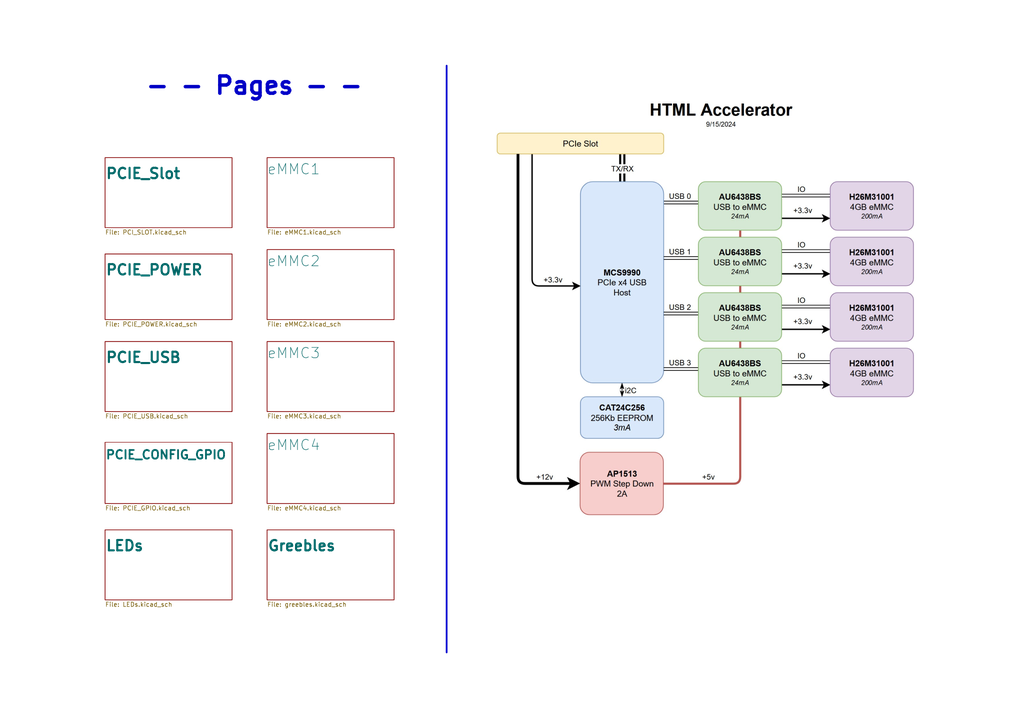
<source format=kicad_sch>
(kicad_sch (version 20230121) (generator eeschema)
  (paper "A4")
  (title_block (title "HTML Accelerator") (date "2024-10-07") (rev "1.0"))
  (lib_symbols)
  (rectangle (start 129.54 19.05) (end 129.54 189.23) (stroke (width 0.5)))
  (image (at 207.01 91.44) (scale 0.990302))
  (text "- - Pages - -" (at 41.91 27.94 0) (effects (font (size 5 5) (thickness 1) bold) (justify left bottom)))
  (sheet (at 30.48 45.72) (size 36.83 20.32) (stroke (width 0.1524))
    (property "Sheetname" "PCIE_Slot" (at 30.48 52.07 0) (effects (font (size 3 3) bold) (justify left bottom)))
    (property "Sheetfile" "PCI_SLOT.kicad_sch" (at 30.48 66.6246 0) (effects (justify left top)))
  )
  (sheet (at 30.48 99.06) (size 36.83 20.32) (stroke (width 0.1524))
    (property "Sheetname" "PCIE_USB" (at 30.48 105.41 0) (effects (font (size 3 3) bold) (justify left bottom)))
    (property "Sheetfile" "PCIE_USB.kicad_sch" (at 30.48 119.9646 0) (effects (justify left top)))
  )
  (sheet (at 77.47 153.67) (size 36.83 20.32) (stroke (width 0.1524))
    (property "Sheetname" "Greebles" (at 77.47 160.02 0) (effects (font (size 3 3) bold) (justify left bottom)))
    (property "Sheetfile" "greebles.kicad_sch" (at 77.47 174.5746 0) (effects (justify left top)))
  )
  (sheet (at 30.48 73.66) (size 36.83 19.05) (stroke (width 0.1524))
    (property "Sheetname" "PCIE_POWER" (at 30.48 80.01 0) (effects (font (size 3 3) bold) (justify left bottom)))
    (property "Sheetfile" "PCIE_POWER.kicad_sch" (at 30.48 93.2946 0) (effects (justify left top)))
  )
  (sheet (at 77.47 72.39) (size 36.83 20.32) (stroke (width 0.1524))
    (property "Sheetname" "eMMC2" (at 77.47 77.47 0) (effects (font (size 3 3)) (justify left bottom)))
    (property "Sheetfile" "eMMC2.kicad_sch" (at 77.47 93.2946 0) (effects (justify left top)))
  )
  (sheet (at 77.47 45.72) (size 36.83 20.32) (stroke (width 0.1524))
    (property "Sheetname" "eMMC1" (at 77.47 50.8 0) (effects (font (size 3 3)) (justify left bottom)))
    (property "Sheetfile" "eMMC1.kicad_sch" (at 77.47 66.6246 0) (effects (justify left top)))
  )
  (sheet (at 30.48 153.67) (size 36.83 20.32) (stroke (width 0.1524))
    (property "Sheetname" "LEDs" (at 30.48 160.02 0) (effects (font (size 3 3) bold) (justify left bottom)))
    (property "Sheetfile" "LEDs.kicad_sch" (at 30.48 174.5746 0) (effects (justify left top)))
  )
  (sheet (at 77.47 99.06) (size 36.83 20.32) (stroke (width 0.1524))
    (property "Sheetname" "eMMC3" (at 77.47 104.14 0) (effects (font (size 3 3)) (justify left bottom)))
    (property "Sheetfile" "eMMC3.kicad_sch" (at 77.47 119.9646 0) (effects (justify left top)))
  )
  (sheet (at 30.48 128.27) (size 36.83 17.78) (stroke (width 0.1524))
    (property "Sheetname" "PCIE_CONFIG_GPIO" (at 30.48 133.35 0) (effects (font (size 2.5 2.5) bold) (justify left bottom)))
    (property "Sheetfile" "PCIE_GPIO.kicad_sch" (at 30.48 146.6346 0) (effects (justify left top)))
  )
  (sheet (at 77.47 125.73) (size 36.83 20.32) (stroke (width 0.1524))
    (property "Sheetname" "eMMC4" (at 77.47 130.81 0) (effects (font (size 3 3)) (justify left bottom)))
    (property "Sheetfile" "eMMC4.kicad_sch" (at 77.47 146.6346 0) (effects (justify left top)))
  )
)
</source>
